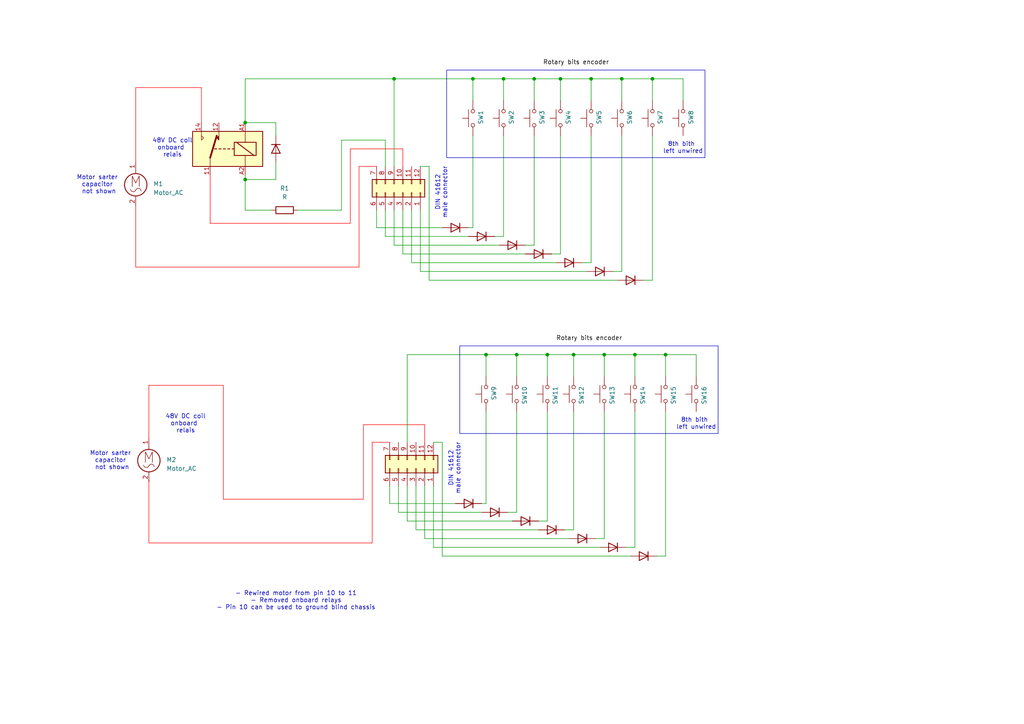
<source format=kicad_sch>
(kicad_sch (version 20231120) (generator "eeschema") (generator_version "8.0")
  (paper "A4")
  (lib_symbols
    (symbol "Connector_Generic:Conn_02x06_Counter_Clockwise" (pin_names (offset 1.016) hide)
      (property "Reference" "J" (at 1.27 7.62 0))
      (property "Value" "Conn_02x06_Counter_Clockwise" (at 1.27 -10.16 0))
      (symbol "Conn_02x06_Counter_Clockwise_1_1"
        (rectangle (start -1.27 -7.493) (end 0 -7.747) (stroke (width 0.1524)))
        (rectangle (start -1.27 -4.953) (end 0 -5.207) (stroke (width 0.1524)))
        (rectangle (start -1.27 -2.413) (end 0 -2.667) (stroke (width 0.1524)))
        (rectangle (start -1.27 0.127) (end 0 -0.127) (stroke (width 0.1524)))
        (rectangle (start -1.27 2.667) (end 0 2.413) (stroke (width 0.1524)))
        (rectangle (start -1.27 5.207) (end 0 4.953) (stroke (width 0.1524)))
        (rectangle (start -1.27 6.35) (end 3.81 -8.89) (stroke (width 0.254)) (fill (type background)))
        (rectangle (start 3.81 -7.493) (end 2.54 -7.747) (stroke (width 0.1524)))
        (rectangle (start 3.81 -4.953) (end 2.54 -5.207) (stroke (width 0.1524)))
        (rectangle (start 3.81 -2.413) (end 2.54 -2.667) (stroke (width 0.1524)))
        (rectangle (start 3.81 0.127) (end 2.54 -0.127) (stroke (width 0.1524)))
        (rectangle (start 3.81 2.667) (end 2.54 2.413) (stroke (width 0.1524)))
        (rectangle (start 3.81 5.207) (end 2.54 4.953) (stroke (width 0.1524)))
        (pin passive line (at -5.08 5.08 0) (length 3.81) (name "Pin_1") (number "1"))
        (pin passive line (at 7.62 0 180) (length 3.81) (name "Pin_10") (number "10"))
        (pin passive line (at 7.62 2.54 180) (length 3.81) (name "Pin_11") (number "11"))
        (pin passive line (at 7.62 5.08 180) (length 3.81) (name "Pin_12") (number "12"))
        (pin passive line (at -5.08 2.54 0) (length 3.81) (name "Pin_2") (number "2"))
        (pin passive line (at -5.08 0 0) (length 3.81) (name "Pin_3") (number "3"))
        (pin passive line (at -5.08 -2.54 0) (length 3.81) (name "Pin_4") (number "4"))
        (pin passive line (at -5.08 -5.08 0) (length 3.81) (name "Pin_5") (number "5"))
        (pin passive line (at -5.08 -7.62 0) (length 3.81) (name "Pin_6") (number "6"))
        (pin passive line (at 7.62 -7.62 180) (length 3.81) (name "Pin_7") (number "7"))
        (pin passive line (at 7.62 -5.08 180) (length 3.81) (name "Pin_8") (number "8"))
        (pin passive line (at 7.62 -2.54 180) (length 3.81) (name "Pin_9") (number "9"))
      )
    )
    (symbol "Device:D" (pin_numbers hide) (pin_names (offset 1.016) hide)
      (property "Reference" "D" (at 0 2.54 0))
      (property "Value" "D" (at 0 -2.54 0))
      (symbol "D_0_1"
        (polyline (pts (xy -1.27 1.27) (xy -1.27 -1.27)) (stroke (width 0.254)))
        (polyline (pts (xy 1.27 0) (xy -1.27 0)))
        (polyline (pts (xy 1.27 1.27) (xy 1.27 -1.27) (xy -1.27 0) (xy 1.27 1.27)) (stroke (width 0.254)))
      )
      (symbol "D_1_1"
        (pin passive line (at -3.81 0 0) (length 2.54) (name "K") (number "1"))
        (pin passive line (at 3.81 0 180) (length 2.54) (name "A") (number "2"))
      )
    )
    (symbol "Device:R" (pin_numbers hide) (pin_names (offset 0))
      (property "Reference" "R" (at 2.032 0 90))
      (property "Value" "R" (at 0 0 90))
      (symbol "R_0_1"
        (rectangle (start -1.016 -2.54) (end 1.016 2.54) (stroke (width 0.254)))
      )
      (symbol "R_1_1"
        (pin passive line (at 0 3.81 270) (length 1.27) (name "~") (number "1"))
        (pin passive line (at 0 -3.81 90) (length 1.27) (name "~") (number "2"))
      )
    )
    (symbol "Motor:Motor_AC" (pin_names (offset 0))
      (property "Reference" "M" (at 2.54 2.54 0))
      (property "Value" "Motor_AC" (at 2.54 -5.08 0))
      (symbol "Motor_AC_0_0"
        (arc (start -1.524 -2.794) (mid -0.8654 -3.5217) (end 0 -3.048))
        (polyline (pts (xy -1.016 -2.032) (xy -1.016 1.016) (xy 0 -1.016) (xy 1.016 1.016) (xy 1.016 -2.032)))
        (arc (start 1.524 -3.302) (mid 0.85 -2.5503) (end 0 -3.048))
      )
      (symbol "Motor_AC_0_1"
        (circle (center 0 -1.524) (radius 3.2512) (stroke (width 0.254)))
        (polyline (pts (xy 0 -7.62) (xy 0 -7.112)))
        (polyline (pts (xy 0 -4.7752) (xy 0 -5.1816)))
        (polyline (pts (xy 0 1.7272) (xy 0 2.0828)))
        (polyline (pts (xy 0 2.032) (xy 0 2.54)))
      )
      (symbol "Motor_AC_1_1"
        (pin passive line (at 0 5.08 270) (length 2.54) (name "~") (number "1"))
        (pin passive line (at 0 -7.62 90) (length 2.54) (name "~") (number "2"))
      )
    )
    (symbol "Relay:Relay_SPDT"
      (property "Reference" "K" (at 11.43 3.81 0))
      (property "Value" "Relay_SPDT" (at 11.43 1.27 0))
      (symbol "Relay_SPDT_0_0"
        (polyline (pts (xy 7.62 5.08) (xy 7.62 2.54) (xy 6.985 3.175) (xy 7.62 3.81)))
      )
      (symbol "Relay_SPDT_0_1"
        (rectangle (start -10.16 5.08) (end 10.16 -5.08) (stroke (width 0.254)) (fill (type background)))
        (rectangle (start -8.255 1.905) (end -1.905 -1.905) (stroke (width 0.254)))
        (polyline (pts (xy -7.62 -1.905) (xy -2.54 1.905)) (stroke (width 0.254)))
        (polyline (pts (xy -5.08 -5.08) (xy -5.08 -1.905)))
        (polyline (pts (xy -5.08 5.08) (xy -5.08 1.905)))
        (polyline (pts (xy -1.905 0) (xy -1.27 0)) (stroke (width 0.254)))
        (polyline (pts (xy -0.635 0) (xy 0 0)) (stroke (width 0.254)))
        (polyline (pts (xy 0.635 0) (xy 1.27 0)) (stroke (width 0.254)))
        (polyline (pts (xy 1.905 0) (xy 2.54 0)) (stroke (width 0.254)))
        (polyline (pts (xy 3.175 0) (xy 3.81 0)) (stroke (width 0.254)))
        (polyline (pts (xy 5.08 -2.54) (xy 3.175 3.81)) (stroke (width 0.508)))
        (polyline (pts (xy 5.08 -2.54) (xy 5.08 -5.08)))
        (polyline (pts (xy 2.54 5.08) (xy 2.54 2.54) (xy 3.175 3.175) (xy 2.54 3.81)) (fill (type outline)))
      )
      (symbol "Relay_SPDT_1_1"
        (pin passive line (at 5.08 -7.62 90) (length 2.54) (name "~") (number "11"))
        (pin passive line (at 2.54 7.62 270) (length 2.54) (name "~") (number "12"))
        (pin passive line (at 7.62 7.62 270) (length 2.54) (name "~") (number "14"))
        (pin passive line (at -5.08 7.62 270) (length 2.54) (name "~") (number "A1"))
        (pin passive line (at -5.08 -7.62 90) (length 2.54) (name "~") (number "A2"))
      )
    )
    (symbol "Switch:SW_Push" (pin_numbers hide) (pin_names (offset 1.016) hide)
      (property "Reference" "SW" (at 1.27 2.54 0))
      (property "Value" "SW_Push" (at 0 -1.524 0))
      (symbol "SW_Push_0_1"
        (circle (center -2.032 0) (radius 0.508))
        (polyline (pts (xy 0 1.27) (xy 0 3.048)))
        (polyline (pts (xy 2.54 1.27) (xy -2.54 1.27)))
        (circle (center 2.032 0) (radius 0.508))
        (pin passive line (at -5.08 0 0) (length 2.54) (name "1") (number "1"))
        (pin passive line (at 5.08 0 180) (length 2.54) (name "2") (number "2"))
      )
    )
  )
  (junction (at 180.34 22.86))
  (junction (at 154.94 22.86))
  (junction (at 114.3 22.86))
  (junction (at 162.56 22.86))
  (junction (at 146.05 22.86))
  (junction (at 137.16 22.86))
  (junction (at 149.86 102.87))
  (junction (at 166.37 102.87))
  (junction (at 158.75 102.87))
  (junction (at 193.04 102.87))
  (junction (at 189.23 22.86))
  (junction (at 71.12 52.07))
  (junction (at 184.15 102.87))
  (junction (at 71.12 35.56))
  (junction (at 140.97 102.87))
  (junction (at 171.45 22.86))
  (junction (at 175.26 102.87))
  (wire (pts (xy 154.94 71.12) (xy 152.4 71.12)))
  (wire (pts (xy 193.04 161.29) (xy 190.5 161.29)))
  (wire (pts (xy 105.41 123.19) (xy 123.19 123.19)) (stroke (width 0) (color 255 0 0 1)))
  (wire (pts (xy 121.92 48.26) (xy 124.46 48.26)))
  (wire (pts (xy 154.94 22.86) (xy 162.56 22.86)))
  (wire (pts (xy 193.04 119.38) (xy 193.04 161.29)))
  (wire (pts (xy 114.3 22.86) (xy 114.3 48.26)))
  (wire (pts (xy 149.86 109.22) (xy 149.86 102.87)))
  (wire (pts (xy 146.05 29.21) (xy 146.05 22.86)))
  (wire (pts (xy 179.07 81.28) (xy 124.46 81.28)))
  (wire (pts (xy 140.97 146.05) (xy 139.7 146.05)))
  (wire (pts (xy 137.16 39.37) (xy 137.16 66.04)))
  (wire (pts (xy 166.37 119.38) (xy 166.37 153.67)))
  (wire (pts (xy 137.16 22.86) (xy 137.16 29.21)))
  (wire (pts (xy 99.06 40.64) (xy 111.76 40.64)))
  (wire (pts (xy 162.56 22.86) (xy 162.56 29.21)))
  (wire (pts (xy 71.12 50.8) (xy 71.12 52.07)))
  (wire (pts (xy 60.96 50.8) (xy 60.96 64.77)) (stroke (width 0) (color 255 0 0 1)))
  (wire (pts (xy 121.92 78.74) (xy 170.18 78.74)))
  (wire (pts (xy 184.15 102.87) (xy 184.15 109.22)))
  (wire (pts (xy 128.27 66.04) (xy 109.22 66.04)))
  (wire (pts (xy 39.37 25.4) (xy 58.42 25.4)) (stroke (width 0) (color 255 0 0 1)))
  (wire (pts (xy 162.56 73.66) (xy 160.02 73.66)))
  (wire (pts (xy 123.19 140.97) (xy 123.19 156.21)))
  (wire (pts (xy 175.26 102.87) (xy 175.26 109.22)))
  (wire (pts (xy 118.11 102.87) (xy 140.97 102.87)))
  (wire (pts (xy 149.86 119.38) (xy 149.86 148.59)))
  (wire (pts (xy 189.23 39.37) (xy 189.23 81.28)))
  (wire (pts (xy 107.95 157.48) (xy 107.95 128.27)) (stroke (width 0) (color 255 0 0 1)))
  (wire (pts (xy 146.05 39.37) (xy 146.05 68.58)))
  (wire (pts (xy 125.73 140.97) (xy 125.73 158.75)))
  (wire (pts (xy 71.12 22.86) (xy 114.3 22.86)))
  (wire (pts (xy 171.45 22.86) (xy 171.45 29.21)))
  (wire (pts (xy 171.45 22.86) (xy 180.34 22.86)))
  (wire (pts (xy 71.12 52.07) (xy 80.01 52.07)))
  (wire (pts (xy 189.23 22.86) (xy 198.12 22.86)))
  (wire (pts (xy 139.7 148.59) (xy 115.57 148.59)))
  (wire (pts (xy 120.65 140.97) (xy 120.65 153.67)))
  (wire (pts (xy 171.45 39.37) (xy 171.45 76.2)))
  (wire (pts (xy 43.18 111.76) (xy 64.77 111.76)) (stroke (width 0) (color 255 0 0 1)))
  (wire (pts (xy 39.37 59.69) (xy 39.37 77.47)) (stroke (width 0) (color 255 0 0 1)))
  (wire (pts (xy 177.8 78.74) (xy 180.34 78.74)))
  (wire (pts (xy 166.37 102.87) (xy 175.26 102.87)))
  (wire (pts (xy 165.1 156.21) (xy 123.19 156.21)))
  (wire (pts (xy 80.01 35.56) (xy 80.01 39.37)))
  (wire (pts (xy 60.96 64.77) (xy 101.6 64.77)) (stroke (width 0) (color 255 0 0 1)))
  (wire (pts (xy 125.73 128.27) (xy 128.27 128.27)))
  (wire (pts (xy 162.56 22.86) (xy 171.45 22.86)))
  (wire (pts (xy 175.26 119.38) (xy 175.26 156.21)))
  (wire (pts (xy 113.03 146.05) (xy 113.03 140.97)))
  (wire (pts (xy 144.78 71.12) (xy 114.3 71.12)))
  (wire (pts (xy 175.26 156.21) (xy 172.72 156.21)))
  (wire (pts (xy 43.18 157.48) (xy 107.95 157.48)) (stroke (width 0) (color 255 0 0 1)))
  (wire (pts (xy 101.6 43.18) (xy 116.84 43.18)) (stroke (width 0) (color 255 0 0 1)))
  (wire (pts (xy 189.23 29.21) (xy 189.23 22.86)))
  (wire (pts (xy 114.3 22.86) (xy 137.16 22.86)))
  (wire (pts (xy 111.76 40.64) (xy 111.76 48.26)))
  (wire (pts (xy 154.94 39.37) (xy 154.94 71.12)))
  (wire (pts (xy 109.22 66.04) (xy 109.22 60.96)))
  (wire (pts (xy 107.95 128.27) (xy 113.03 128.27)) (stroke (width 0) (color 255 0 0 1)))
  (wire (pts (xy 116.84 43.18) (xy 116.84 48.26)) (stroke (width 0) (color 255 0 0 1)))
  (wire (pts (xy 175.26 102.87) (xy 184.15 102.87)))
  (wire (pts (xy 135.89 68.58) (xy 111.76 68.58)))
  (wire (pts (xy 64.77 111.76) (xy 64.77 144.78)) (stroke (width 0) (color 255 0 0 1)))
  (wire (pts (xy 80.01 52.07) (xy 80.01 46.99)))
  (wire (pts (xy 71.12 60.96) (xy 78.74 60.96)))
  (wire (pts (xy 64.77 144.78) (xy 105.41 144.78)) (stroke (width 0) (color 255 0 0 1)))
  (wire (pts (xy 193.04 109.22) (xy 193.04 102.87)))
  (wire (pts (xy 125.73 158.75) (xy 173.99 158.75)))
  (wire (pts (xy 132.08 146.05) (xy 113.03 146.05)))
  (wire (pts (xy 201.93 102.87) (xy 201.93 109.22)))
  (wire (pts (xy 104.14 48.26) (xy 109.22 48.26)) (stroke (width 0) (color 255 0 0 1)))
  (wire (pts (xy 124.46 81.28) (xy 124.46 48.26)))
  (wire (pts (xy 171.45 76.2) (xy 168.91 76.2)))
  (wire (pts (xy 119.38 60.96) (xy 119.38 76.2)))
  (wire (pts (xy 180.34 39.37) (xy 180.34 78.74)))
  (wire (pts (xy 39.37 77.47) (xy 104.14 77.47)) (stroke (width 0) (color 255 0 0 1)))
  (wire (pts (xy 166.37 102.87) (xy 166.37 109.22)))
  (wire (pts (xy 104.14 77.47) (xy 104.14 48.26)) (stroke (width 0) (color 255 0 0 1)))
  (wire (pts (xy 118.11 102.87) (xy 118.11 128.27)))
  (wire (pts (xy 99.06 60.96) (xy 99.06 40.64)))
  (wire (pts (xy 123.19 123.19) (xy 123.19 128.27)) (stroke (width 0) (color 255 0 0 1)))
  (wire (pts (xy 105.41 144.78) (xy 105.41 123.19)) (stroke (width 0) (color 255 0 0 1)))
  (wire (pts (xy 158.75 102.87) (xy 166.37 102.87)))
  (wire (pts (xy 158.75 102.87) (xy 158.75 109.22)))
  (wire (pts (xy 181.61 158.75) (xy 184.15 158.75)))
  (wire (pts (xy 198.12 22.86) (xy 198.12 29.21)))
  (wire (pts (xy 39.37 46.99) (xy 39.37 25.4)) (stroke (width 0) (color 255 0 0 1)))
  (wire (pts (xy 43.18 139.7) (xy 43.18 157.48)) (stroke (width 0) (color 255 0 0 1)))
  (wire (pts (xy 162.56 39.37) (xy 162.56 73.66)))
  (wire (pts (xy 118.11 140.97) (xy 118.11 151.13)))
  (wire (pts (xy 180.34 22.86) (xy 189.23 22.86)))
  (wire (pts (xy 156.21 153.67) (xy 120.65 153.67)))
  (wire (pts (xy 140.97 102.87) (xy 140.97 109.22)))
  (wire (pts (xy 158.75 119.38) (xy 158.75 151.13)))
  (wire (pts (xy 114.3 60.96) (xy 114.3 71.12)))
  (wire (pts (xy 154.94 22.86) (xy 154.94 29.21)))
  (wire (pts (xy 146.05 22.86) (xy 154.94 22.86)))
  (wire (pts (xy 137.16 22.86) (xy 146.05 22.86)))
  (wire (pts (xy 71.12 52.07) (xy 71.12 60.96)))
  (wire (pts (xy 71.12 35.56) (xy 80.01 35.56)))
  (wire (pts (xy 140.97 119.38) (xy 140.97 146.05)))
  (wire (pts (xy 146.05 68.58) (xy 143.51 68.58)))
  (wire (pts (xy 149.86 148.59) (xy 147.32 148.59)))
  (wire (pts (xy 115.57 140.97) (xy 115.57 148.59)))
  (wire (pts (xy 184.15 119.38) (xy 184.15 158.75)))
  (wire (pts (xy 101.6 64.77) (xy 101.6 43.18)) (stroke (width 0) (color 255 0 0 1)))
  (wire (pts (xy 137.16 66.04) (xy 135.89 66.04)))
  (wire (pts (xy 140.97 102.87) (xy 149.86 102.87)))
  (wire (pts (xy 111.76 60.96) (xy 111.76 68.58)))
  (wire (pts (xy 152.4 73.66) (xy 116.84 73.66)))
  (wire (pts (xy 128.27 161.29) (xy 128.27 128.27)))
  (wire (pts (xy 149.86 102.87) (xy 158.75 102.87)))
  (wire (pts (xy 184.15 102.87) (xy 193.04 102.87)))
  (wire (pts (xy 43.18 127) (xy 43.18 111.76)) (stroke (width 0) (color 255 0 0 1)))
  (wire (pts (xy 71.12 22.86) (xy 71.12 35.56)))
  (wire (pts (xy 121.92 60.96) (xy 121.92 78.74)))
  (wire (pts (xy 193.04 102.87) (xy 201.93 102.87)))
  (wire (pts (xy 158.75 151.13) (xy 156.21 151.13)))
  (wire (pts (xy 182.88 161.29) (xy 128.27 161.29)))
  (wire (pts (xy 166.37 153.67) (xy 163.83 153.67)))
  (wire (pts (xy 86.36 60.96) (xy 99.06 60.96)))
  (wire (pts (xy 148.59 151.13) (xy 118.11 151.13)))
  (wire (pts (xy 161.29 76.2) (xy 119.38 76.2)))
  (wire (pts (xy 116.84 60.96) (xy 116.84 73.66)))
  (wire (pts (xy 58.42 25.4) (xy 58.42 35.56)) (stroke (width 0) (color 255 0 0 1)))
  (wire (pts (xy 180.34 22.86) (xy 180.34 29.21)))
  (wire (pts (xy 189.23 81.28) (xy 186.69 81.28)))
  (rectangle (start 133.35 100.33) (end 208.28 125.73))
  (rectangle (start 129.54 20.32) (end 204.47 45.72))
  (text "DIN 41612\nmale connector\n" (at 128.016 55.88 90) (effects (font (size 1.27 1.27))))
  (text "DIN 41612\nmale connector\n" (at 131.826 135.89 90) (effects (font (size 1.27 1.27))))
  (text "Motor sarter \ncapacitor \nnot shown\n" (at 28.702 53.594 0) (effects (font (size 1.27 1.27))))
  (text "8th bith \nleft unwired\n" (at 201.93 122.936 0) (effects (font (size 1.27 1.27))))
  (text "8th bith \nleft unwired\n" (at 198.12 42.926 0) (effects (font (size 1.27 1.27))))
  (text "48V DC coil\nonboard \nrelais" (at 50.038 42.926 0) (effects (font (size 1.27 1.27))))
  (text "48V DC coil\nonboard \nrelais" (at 53.848 122.936 0) (effects (font (size 1.27 1.27))))
  (text "- Rewired motor from pin 10 to 11\n- Removed onboard relays\n- Pin 10 can be used to ground blind chassis" (at 85.852 174.244 0) (effects (font (size 1.27 1.27))))
  (text "Motor sarter \ncapacitor \nnot shown\n" (at 32.512 133.604 0) (effects (font (size 1.27 1.27))))
  (label "Rotary bits encoder" (at 157.48 19.05 0))
  (label "Rotary bits encoder" (at 161.29 99.06 0))
  (symbol (lib_id "Device:D") (at 143.51 148.59 180) (unit 1)
    (property "Reference" "D11" (effects (hide yes)))
    (property "Value" "D" (effects (hide yes)))
    (property "Description" "Diode" (effects (hide yes)))
    (property "Sim.Device" "D" (effects (hide yes)))
    (property "Sim.Pins" "1=K 2=A" (effects (hide yes)))
  )
  (symbol (lib_id "Switch:SW_Push") (at 166.37 114.3 90) (unit 1)
    (property "Reference" "SW12" (at 168.656 112.014 0) (effects (justify right)))
    (property "Value" "SW_Push" (effects (hide yes)))
    (property "Description" "Push button switch, generic, two pins" (effects (hide yes)))
  )
  (symbol (lib_id "Device:D") (at 173.99 78.74 180) (unit 1)
    (property "Reference" "D6" (effects (hide yes)))
    (property "Value" "D" (effects (hide yes)))
    (property "Description" "Diode" (effects (hide yes)))
    (property "Sim.Device" "D" (effects (hide yes)))
    (property "Sim.Pins" "1=K 2=A" (effects (hide yes)))
  )
  (symbol (lib_id "Connector_Generic:Conn_02x06_Counter_Clockwise") (at 116.84 55.88 270) (mirror x) (unit 1)
    (property "Reference" "J1" (effects (hide yes)))
    (property "Value" "Conn_02x06_Counter_Clockwise" (effects (hide yes)))
    (property "Description" "Generic connector, double row, 02x06, counter clockwise pin numbering scheme (similar to DIP package numbering), script generated (kicad-library-utils/schlib/autogen/connector/)" (effects (hide yes)))
  )
  (symbol (lib_id "Switch:SW_Push") (at 180.34 34.29 90) (unit 1)
    (property "Reference" "SW6" (at 182.626 32.004 0) (effects (justify right)))
    (property "Value" "SW_Push" (effects (hide yes)))
    (property "Description" "Push button switch, generic, two pins" (effects (hide yes)))
  )
  (symbol (lib_id "Switch:SW_Push") (at 140.97 114.3 90) (unit 1)
    (property "Reference" "SW9" (at 143.256 112.014 0) (effects (justify right)))
    (property "Value" "SW_Push" (effects (hide yes)))
    (property "Description" "Push button switch, generic, two pins" (effects (hide yes)))
  )
  (symbol (lib_id "Motor:Motor_AC") (at 39.37 52.07 0) (unit 1)
    (property "Reference" "M1" (at 44.45 53.3399 0) (effects (justify left)))
    (property "Value" "Motor_AC" (at 44.45 55.8799 0) (effects (justify left)))
    (property "Description" "AC Motor" (effects (hide yes)))
  )
  (symbol (lib_id "Switch:SW_Push") (at 137.16 34.29 90) (unit 1)
    (property "Reference" "SW1" (at 139.446 32.004 0) (effects (justify right)))
    (property "Value" "SW_Push" (effects (hide yes)))
    (property "Description" "Push button switch, generic, two pins" (effects (hide yes)))
  )
  (symbol (lib_id "Switch:SW_Push") (at 201.93 114.3 90) (unit 1)
    (property "Reference" "SW16" (at 204.216 112.014 0) (effects (justify right)))
    (property "Value" "SW_Push" (effects (hide yes)))
    (property "Description" "Push button switch, generic, two pins" (effects (hide yes)))
  )
  (symbol (lib_id "Device:D") (at 139.7 68.58 180) (unit 1)
    (property "Reference" "D2" (effects (hide yes)))
    (property "Value" "D" (effects (hide yes)))
    (property "Description" "Diode" (effects (hide yes)))
    (property "Sim.Device" "D" (effects (hide yes)))
    (property "Sim.Pins" "1=K 2=A" (effects (hide yes)))
  )
  (symbol (lib_id "Device:D") (at 80.01 43.18 270) (unit 1)
    (property "Reference" "D8" (effects (hide yes)))
    (property "Value" "D" (effects (hide yes)))
    (property "Description" "Diode" (effects (hide yes)))
    (property "Sim.Device" "D" (effects (hide yes)))
    (property "Sim.Pins" "1=K 2=A" (effects (hide yes)))
  )
  (symbol (lib_id "Device:D") (at 160.02 153.67 180) (unit 1)
    (property "Reference" "D13" (effects (hide yes)))
    (property "Value" "D" (effects (hide yes)))
    (property "Description" "Diode" (effects (hide yes)))
    (property "Sim.Device" "D" (effects (hide yes)))
    (property "Sim.Pins" "1=K 2=A" (effects (hide yes)))
  )
  (symbol (lib_id "Motor:Motor_AC") (at 43.18 132.08 0) (unit 1)
    (property "Reference" "M2" (at 48.26 133.3499 0) (effects (justify left)))
    (property "Value" "Motor_AC" (at 48.26 135.8899 0) (effects (justify left)))
    (property "Description" "AC Motor" (effects (hide yes)))
  )
  (symbol (lib_id "Relay:Relay_SPDT") (at 66.04 43.18 0) (mirror y) (unit 1)
    (property "Reference" "K1" (effects (hide yes)))
    (property "Value" "Relay_SPDT" (effects (hide yes)))
    (property "Description" "Relay SPDT, monostable, EN50005" (effects (hide yes)))
  )
  (symbol (lib_id "Switch:SW_Push") (at 154.94 34.29 90) (unit 1)
    (property "Reference" "SW3" (at 157.226 32.004 0) (effects (justify right)))
    (property "Value" "SW_Push" (effects (hide yes)))
    (property "Description" "Push button switch, generic, two pins" (effects (hide yes)))
  )
  (symbol (lib_id "Switch:SW_Push") (at 149.86 114.3 90) (unit 1)
    (property "Reference" "SW10" (at 152.146 112.014 0) (effects (justify right)))
    (property "Value" "SW_Push" (effects (hide yes)))
    (property "Description" "Push button switch, generic, two pins" (effects (hide yes)))
  )
  (symbol (lib_id "Switch:SW_Push") (at 189.23 34.29 90) (unit 1)
    (property "Reference" "SW7" (at 191.516 32.004 0) (effects (justify right)))
    (property "Value" "SW_Push" (effects (hide yes)))
    (property "Description" "Push button switch, generic, two pins" (effects (hide yes)))
  )
  (symbol (lib_id "Device:D") (at 152.4 151.13 180) (unit 1)
    (property "Reference" "D12" (effects (hide yes)))
    (property "Value" "D" (effects (hide yes)))
    (property "Description" "Diode" (effects (hide yes)))
    (property "Sim.Device" "D" (effects (hide yes)))
    (property "Sim.Pins" "1=K 2=A" (effects (hide yes)))
  )
  (symbol (lib_id "Switch:SW_Push") (at 158.75 114.3 90) (unit 1)
    (property "Reference" "SW11" (at 161.036 112.014 0) (effects (justify right)))
    (property "Value" "SW_Push" (effects (hide yes)))
    (property "Description" "Push button switch, generic, two pins" (effects (hide yes)))
  )
  (symbol (lib_id "Device:R") (at 82.55 60.96 90) (unit 1)
    (property "Reference" "R1" (at 82.55 54.61 90))
    (property "Value" "R" (at 82.55 57.15 90))
    (property "Description" "Resistor" (effects (hide yes)))
  )
  (symbol (lib_id "Switch:SW_Push") (at 162.56 34.29 90) (unit 1)
    (property "Reference" "SW4" (at 164.846 32.004 0) (effects (justify right)))
    (property "Value" "SW_Push" (effects (hide yes)))
    (property "Description" "Push button switch, generic, two pins" (effects (hide yes)))
  )
  (symbol (lib_id "Device:D") (at 168.91 156.21 180) (unit 1)
    (property "Reference" "D14" (effects (hide yes)))
    (property "Value" "D" (effects (hide yes)))
    (property "Description" "Diode" (effects (hide yes)))
    (property "Sim.Device" "D" (effects (hide yes)))
    (property "Sim.Pins" "1=K 2=A" (effects (hide yes)))
  )
  (symbol (lib_id "Switch:SW_Push") (at 184.15 114.3 90) (unit 1)
    (property "Reference" "SW14" (at 186.436 112.014 0) (effects (justify right)))
    (property "Value" "SW_Push" (effects (hide yes)))
    (property "Description" "Push button switch, generic, two pins" (effects (hide yes)))
  )
  (symbol (lib_id "Device:D") (at 182.88 81.28 180) (unit 1)
    (property "Reference" "D7" (effects (hide yes)))
    (property "Value" "D" (effects (hide yes)))
    (property "Description" "Diode" (effects (hide yes)))
    (property "Sim.Device" "D" (effects (hide yes)))
    (property "Sim.Pins" "1=K 2=A" (effects (hide yes)))
  )
  (symbol (lib_id "Switch:SW_Push") (at 175.26 114.3 90) (unit 1)
    (property "Reference" "SW13" (at 177.546 112.014 0) (effects (justify right)))
    (property "Value" "SW_Push" (effects (hide yes)))
    (property "Description" "Push button switch, generic, two pins" (effects (hide yes)))
  )
  (symbol (lib_id "Device:D") (at 156.21 73.66 180) (unit 1)
    (property "Reference" "D4" (effects (hide yes)))
    (property "Value" "D" (effects (hide yes)))
    (property "Description" "Diode" (effects (hide yes)))
    (property "Sim.Device" "D" (effects (hide yes)))
    (property "Sim.Pins" "1=K 2=A" (effects (hide yes)))
  )
  (symbol (lib_id "Device:D") (at 148.59 71.12 180) (unit 1)
    (property "Reference" "D3" (effects (hide yes)))
    (property "Value" "D" (effects (hide yes)))
    (property "Description" "Diode" (effects (hide yes)))
    (property "Sim.Device" "D" (effects (hide yes)))
    (property "Sim.Pins" "1=K 2=A" (effects (hide yes)))
  )
  (symbol (lib_id "Switch:SW_Push") (at 193.04 114.3 90) (unit 1)
    (property "Reference" "SW15" (at 195.326 112.014 0) (effects (justify right)))
    (property "Value" "SW_Push" (effects (hide yes)))
    (property "Description" "Push button switch, generic, two pins" (effects (hide yes)))
  )
  (symbol (lib_id "Connector_Generic:Conn_02x06_Counter_Clockwise") (at 120.65 135.89 270) (mirror x) (unit 1)
    (property "Reference" "J2" (effects (hide yes)))
    (property "Value" "Conn_02x06_Counter_Clockwise" (effects (hide yes)))
    (property "Description" "Generic connector, double row, 02x06, counter clockwise pin numbering scheme (similar to DIP package numbering), script generated (kicad-library-utils/schlib/autogen/connector/)" (effects (hide yes)))
  )
  (symbol (lib_id "Device:D") (at 132.08 66.04 180) (unit 1)
    (property "Reference" "D1" (effects (hide yes)))
    (property "Value" "D" (effects (hide yes)))
    (property "Description" "Diode" (effects (hide yes)))
    (property "Sim.Device" "D" (effects (hide yes)))
    (property "Sim.Pins" "1=K 2=A" (effects (hide yes)))
  )
  (symbol (lib_id "Device:D") (at 135.89 146.05 180) (unit 1)
    (property "Reference" "D10" (effects (hide yes)))
    (property "Value" "D" (effects (hide yes)))
    (property "Description" "Diode" (effects (hide yes)))
    (property "Sim.Device" "D" (effects (hide yes)))
    (property "Sim.Pins" "1=K 2=A" (effects (hide yes)))
  )
  (symbol (lib_id "Switch:SW_Push") (at 198.12 34.29 90) (unit 1)
    (property "Reference" "SW8" (at 200.406 32.004 0) (effects (justify right)))
    (property "Value" "SW_Push" (effects (hide yes)))
    (property "Description" "Push button switch, generic, two pins" (effects (hide yes)))
  )
  (symbol (lib_id "Device:D") (at 177.8 158.75 180) (unit 1)
    (property "Reference" "D15" (effects (hide yes)))
    (property "Value" "D" (effects (hide yes)))
    (property "Description" "Diode" (effects (hide yes)))
    (property "Sim.Device" "D" (effects (hide yes)))
    (property "Sim.Pins" "1=K 2=A" (effects (hide yes)))
  )
  (symbol (lib_id "Device:D") (at 165.1 76.2 180) (unit 1)
    (property "Reference" "D5" (effects (hide yes)))
    (property "Value" "D" (effects (hide yes)))
    (property "Description" "Diode" (effects (hide yes)))
    (property "Sim.Device" "D" (effects (hide yes)))
    (property "Sim.Pins" "1=K 2=A" (effects (hide yes)))
  )
  (symbol (lib_id "Switch:SW_Push") (at 146.05 34.29 90) (unit 1)
    (property "Reference" "SW2" (at 148.336 32.004 0) (effects (justify right)))
    (property "Value" "SW_Push" (effects (hide yes)))
    (property "Description" "Push button switch, generic, two pins" (effects (hide yes)))
  )
  (symbol (lib_id "Switch:SW_Push") (at 171.45 34.29 90) (unit 1)
    (property "Reference" "SW5" (at 173.736 32.004 0) (effects (justify right)))
    (property "Value" "SW_Push" (effects (hide yes)))
    (property "Description" "Push button switch, generic, two pins" (effects (hide yes)))
  )
  (symbol (lib_id "Device:D") (at 186.69 161.29 180) (unit 1)
    (property "Reference" "D16" (effects (hide yes)))
    (property "Value" "D" (effects (hide yes)))
    (property "Description" "Diode" (effects (hide yes)))
    (property "Sim.Device" "D" (effects (hide yes)))
    (property "Sim.Pins" "1=K 2=A" (effects (hide yes)))
  )
)
</source>
